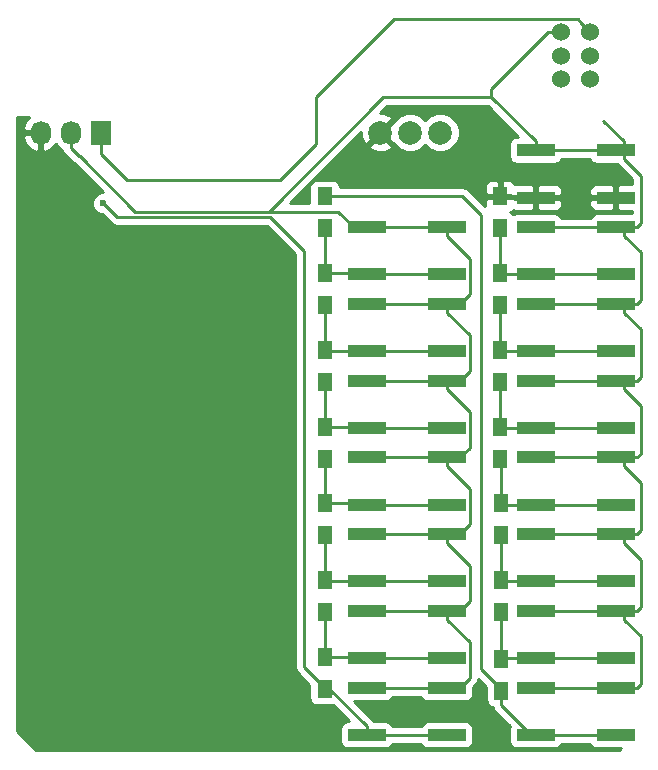
<source format=gbr>
G04 #@! TF.FileFunction,Copper,L1,Top,Signal*
%FSLAX46Y46*%
G04 Gerber Fmt 4.6, Leading zero omitted, Abs format (unit mm)*
G04 Created by KiCad (PCBNEW 4.0.6-e0-6349~52~ubuntu16.10.1) date Mon May  8 18:47:24 2017*
%MOMM*%
%LPD*%
G01*
G04 APERTURE LIST*
%ADD10C,0.100000*%
%ADD11R,1.727200X2.032000*%
%ADD12O,1.727200X2.032000*%
%ADD13R,1.300000X1.500000*%
%ADD14R,3.200000X1.000000*%
%ADD15C,1.998980*%
%ADD16C,1.524000*%
%ADD17C,0.600000*%
%ADD18C,0.250000*%
%ADD19C,0.254000*%
G04 APERTURE END LIST*
D10*
D11*
X82780000Y-99000000D03*
D12*
X80240000Y-99000000D03*
X77700000Y-99000000D03*
D13*
X101739240Y-146100000D03*
X101739240Y-143400000D03*
X101739240Y-139600000D03*
X101739240Y-136900000D03*
X101739240Y-133100000D03*
X101739240Y-130400000D03*
X101800000Y-126600000D03*
X101800000Y-123900000D03*
X101800000Y-120100000D03*
X101800000Y-117400000D03*
X101800000Y-113600000D03*
X101800000Y-110900000D03*
X101739240Y-107100000D03*
X101739240Y-104400000D03*
X116700000Y-146250000D03*
X116700000Y-143550000D03*
X116639240Y-139600000D03*
X116639240Y-136900000D03*
X116639240Y-133100000D03*
X116639240Y-130400000D03*
X116600000Y-126600000D03*
X116600000Y-123900000D03*
X116600000Y-120100000D03*
X116600000Y-117400000D03*
X116600000Y-113600000D03*
X116600000Y-110900000D03*
X116600000Y-107100000D03*
X116600000Y-104400000D03*
D14*
X105289944Y-150000000D03*
X112089944Y-150000000D03*
X112089944Y-146000000D03*
X105289944Y-146000000D03*
X105289944Y-143500000D03*
X112089944Y-143500000D03*
X112089944Y-139500000D03*
X105289944Y-139500000D03*
X105289944Y-137000000D03*
X112089944Y-137000000D03*
X112089944Y-133000000D03*
X105289944Y-133000000D03*
X105289944Y-130500000D03*
X112089944Y-130500000D03*
X112089944Y-126500000D03*
X105289944Y-126500000D03*
X105289944Y-124000000D03*
X112089944Y-124000000D03*
X112089944Y-120000000D03*
X105289944Y-120000000D03*
X105289944Y-117500000D03*
X112089944Y-117500000D03*
X112089944Y-113500000D03*
X105289944Y-113500000D03*
X105289944Y-111000000D03*
X112089944Y-111000000D03*
X112089944Y-107000000D03*
X105289944Y-107000000D03*
X119600000Y-150000000D03*
X126400000Y-150000000D03*
X126400000Y-146000000D03*
X119600000Y-146000000D03*
X119600000Y-143500000D03*
X126400000Y-143500000D03*
X126400000Y-139500000D03*
X119600000Y-139500000D03*
X119600000Y-137000000D03*
X126400000Y-137000000D03*
X126400000Y-133000000D03*
X119600000Y-133000000D03*
X119600000Y-130500000D03*
X126400000Y-130500000D03*
X126400000Y-126500000D03*
X119600000Y-126500000D03*
X119600000Y-124000000D03*
X126400000Y-124000000D03*
X126400000Y-120000000D03*
X119600000Y-120000000D03*
X119600000Y-117500000D03*
X126400000Y-117500000D03*
X126400000Y-113500000D03*
X119600000Y-113500000D03*
X119600000Y-111000000D03*
X126400000Y-111000000D03*
X126400000Y-107000000D03*
X119600000Y-107000000D03*
X119600000Y-104500000D03*
X126400000Y-104500000D03*
X126400000Y-100500000D03*
X119600000Y-100500000D03*
D15*
X109000000Y-99000000D03*
X106460000Y-99000000D03*
X111540000Y-99000000D03*
D16*
X124250000Y-90500000D03*
X124250000Y-92500000D03*
X124250000Y-94500000D03*
X121750000Y-90500000D03*
X121750000Y-92500000D03*
X121750000Y-94500000D03*
D17*
X83000000Y-105000000D03*
D18*
X82780000Y-99000000D02*
X82780000Y-100780000D01*
X82780000Y-100780000D02*
X85000000Y-103000000D01*
X85000000Y-103000000D02*
X98000000Y-103000000D01*
X98000000Y-103000000D02*
X101000000Y-100000000D01*
X101000000Y-100000000D02*
X101000000Y-96000000D01*
X101000000Y-96000000D02*
X107587001Y-89412999D01*
X123488001Y-89738001D02*
X124250000Y-90500000D01*
X107587001Y-89412999D02*
X123162999Y-89412999D01*
X123162999Y-89412999D02*
X123488001Y-89738001D01*
X83299999Y-105299999D02*
X83000000Y-105000000D01*
X84150011Y-106150011D02*
X83299999Y-105299999D01*
X97150011Y-106150011D02*
X84150011Y-106150011D01*
X100000000Y-109000000D02*
X97150011Y-106150011D01*
X101739240Y-146000000D02*
X100000000Y-144260760D01*
X101739240Y-146100000D02*
X101739240Y-146000000D01*
X100000000Y-144260760D02*
X100000000Y-109000000D01*
X105289944Y-150000000D02*
X105289944Y-149250000D01*
X105289944Y-149250000D02*
X102139944Y-146100000D01*
X102139944Y-146100000D02*
X101739240Y-146100000D01*
X112089944Y-150000000D02*
X105289944Y-150000000D01*
X121750000Y-90500000D02*
X120672370Y-90500000D01*
X120672370Y-90500000D02*
X115850000Y-95322370D01*
X115850000Y-95322370D02*
X115850000Y-96000000D01*
X102889944Y-105700000D02*
X97000000Y-105700000D01*
X97000000Y-105700000D02*
X85700000Y-105700000D01*
X115850000Y-96000000D02*
X106700000Y-96000000D01*
X106700000Y-96000000D02*
X97000000Y-105700000D01*
X119600000Y-100500000D02*
X119600000Y-99750000D01*
X119600000Y-99750000D02*
X115850000Y-96000000D01*
X127100000Y-100500000D02*
X127100000Y-101250000D01*
X127100000Y-101250000D02*
X128500000Y-102650000D01*
X128500000Y-106700000D02*
X128200000Y-107000000D01*
X128500000Y-102650000D02*
X128500000Y-106700000D01*
X128200000Y-107000000D02*
X127100000Y-107000000D01*
X127100000Y-107000000D02*
X127100000Y-107750000D01*
X127100000Y-107750000D02*
X128500000Y-109150000D01*
X128500000Y-109150000D02*
X128500000Y-113200000D01*
X128500000Y-113200000D02*
X128200000Y-113500000D01*
X128200000Y-113500000D02*
X127100000Y-113500000D01*
X127100000Y-113500000D02*
X127100000Y-114250000D01*
X127100000Y-114250000D02*
X128500000Y-115650000D01*
X128500000Y-115650000D02*
X128500000Y-119689944D01*
X128500000Y-119689944D02*
X128189944Y-120000000D01*
X128189944Y-120000000D02*
X127089944Y-120000000D01*
X127089944Y-120000000D02*
X127089944Y-120750000D01*
X127089944Y-120750000D02*
X128500000Y-122160056D01*
X128500000Y-122160056D02*
X128500000Y-126200000D01*
X128500000Y-126200000D02*
X128200000Y-126500000D01*
X128200000Y-126500000D02*
X127100000Y-126500000D01*
X127100000Y-126500000D02*
X127100000Y-127250000D01*
X127100000Y-127250000D02*
X128500000Y-128650000D01*
X128500000Y-128650000D02*
X128500000Y-132689944D01*
X128500000Y-132689944D02*
X128189944Y-133000000D01*
X128189944Y-133000000D02*
X127089944Y-133000000D01*
X127089944Y-133000000D02*
X127089944Y-133750000D01*
X127089944Y-133750000D02*
X128500000Y-135160056D01*
X128500000Y-135160056D02*
X128500000Y-139200000D01*
X128500000Y-139200000D02*
X128200000Y-139500000D01*
X128200000Y-139500000D02*
X127100000Y-139500000D01*
X127100000Y-139500000D02*
X127100000Y-140250000D01*
X127100000Y-140250000D02*
X128500000Y-141650000D01*
X128500000Y-141650000D02*
X128500000Y-145700000D01*
X128500000Y-145700000D02*
X128200000Y-146000000D01*
X128200000Y-146000000D02*
X127100000Y-146000000D01*
X127100000Y-99750000D02*
X125350000Y-98000000D01*
X127100000Y-100500000D02*
X127100000Y-99750000D01*
X80974000Y-101000000D02*
X80240000Y-100266000D01*
X104189944Y-107000000D02*
X102889944Y-105700000D01*
X105289944Y-107000000D02*
X104189944Y-107000000D01*
X85700000Y-105700000D02*
X81000000Y-101000000D01*
X80240000Y-100266000D02*
X80240000Y-99000000D01*
X81000000Y-101000000D02*
X80974000Y-101000000D01*
X80240000Y-99152400D02*
X80240000Y-99000000D01*
X120300000Y-146000000D02*
X127100000Y-146000000D01*
X112089944Y-107000000D02*
X112089944Y-107750000D01*
X112089944Y-107750000D02*
X114014945Y-109675001D01*
X114014945Y-109675001D02*
X114014945Y-112674999D01*
X112089944Y-139500000D02*
X112089944Y-140250000D01*
X112089944Y-140250000D02*
X114014945Y-142175001D01*
X114014945Y-142175001D02*
X114014945Y-145174999D01*
X114014945Y-145174999D02*
X113189944Y-146000000D01*
X113189944Y-146000000D02*
X112089944Y-146000000D01*
X112089944Y-133000000D02*
X112089944Y-133750000D01*
X112089944Y-133750000D02*
X114014945Y-135675001D01*
X114014945Y-135675001D02*
X114014945Y-138674999D01*
X114014945Y-138674999D02*
X113189944Y-139500000D01*
X113189944Y-139500000D02*
X112089944Y-139500000D01*
X112089944Y-126500000D02*
X112089944Y-127250000D01*
X114014945Y-129175001D02*
X114014945Y-132174999D01*
X112089944Y-127250000D02*
X114014945Y-129175001D01*
X114014945Y-132174999D02*
X113189944Y-133000000D01*
X113189944Y-133000000D02*
X112089944Y-133000000D01*
X112089944Y-120000000D02*
X112089944Y-120750000D01*
X112089944Y-120750000D02*
X114014945Y-122675001D01*
X114014945Y-122675001D02*
X114014945Y-125674999D01*
X114014945Y-125674999D02*
X113189944Y-126500000D01*
X113189944Y-126500000D02*
X112089944Y-126500000D01*
X112089944Y-113500000D02*
X112089944Y-114250000D01*
X112089944Y-114250000D02*
X114014945Y-116175001D01*
X114014945Y-116175001D02*
X114014945Y-119174999D01*
X114014945Y-119174999D02*
X113189944Y-120000000D01*
X113189944Y-120000000D02*
X112089944Y-120000000D01*
X112089944Y-107000000D02*
X113189944Y-107000000D01*
X114014945Y-112674999D02*
X113189944Y-113500000D01*
X113189944Y-113500000D02*
X112089944Y-113500000D01*
X105289944Y-146000000D02*
X112089944Y-146000000D01*
X105289944Y-139500000D02*
X112089944Y-139500000D01*
X105289944Y-133000000D02*
X112089944Y-133000000D01*
X105289944Y-126500000D02*
X107139944Y-126500000D01*
X107139944Y-126500000D02*
X112089944Y-126500000D01*
X105289944Y-120000000D02*
X112089944Y-120000000D01*
X105289944Y-113500000D02*
X112089944Y-113500000D01*
X105289944Y-107000000D02*
X112089944Y-107000000D01*
X120300000Y-139500000D02*
X127100000Y-139500000D01*
X120289944Y-133000000D02*
X122139944Y-133000000D01*
X122139944Y-133000000D02*
X127089944Y-133000000D01*
X120300000Y-126500000D02*
X127100000Y-126500000D01*
X120289944Y-120000000D02*
X127089944Y-120000000D01*
X120300000Y-113500000D02*
X127100000Y-113500000D01*
X120300000Y-107000000D02*
X127100000Y-107000000D01*
X120300000Y-100500000D02*
X127100000Y-100500000D01*
X116700000Y-104500000D02*
X116600000Y-104400000D01*
X120300000Y-104500000D02*
X127100000Y-104500000D01*
X101739240Y-143400000D02*
X101739240Y-139600000D01*
X101739240Y-143400000D02*
X105189944Y-143400000D01*
X105189944Y-143400000D02*
X105289944Y-143500000D01*
X105289944Y-143500000D02*
X107139944Y-143500000D01*
X107139944Y-143500000D02*
X112089944Y-143500000D01*
X101739240Y-136900000D02*
X101739240Y-135900000D01*
X101739240Y-135900000D02*
X101739240Y-133100000D01*
X105289944Y-137000000D02*
X101839240Y-137000000D01*
X101839240Y-137000000D02*
X101739240Y-136900000D01*
X105289944Y-137000000D02*
X107139944Y-137000000D01*
X107139944Y-137000000D02*
X112089944Y-137000000D01*
X101739240Y-130400000D02*
X101739240Y-126660760D01*
X101739240Y-126660760D02*
X101800000Y-126600000D01*
X101739240Y-130400000D02*
X105189944Y-130400000D01*
X105189944Y-130400000D02*
X105289944Y-130500000D01*
X112089944Y-130500000D02*
X105289944Y-130500000D01*
X101800000Y-123900000D02*
X101800000Y-120100000D01*
X101800000Y-123900000D02*
X105189944Y-123900000D01*
X105189944Y-123900000D02*
X105289944Y-124000000D01*
X105289944Y-124000000D02*
X107139944Y-124000000D01*
X107139944Y-124000000D02*
X112089944Y-124000000D01*
X101800000Y-117400000D02*
X101800000Y-113600000D01*
X105289944Y-117500000D02*
X101900000Y-117500000D01*
X101900000Y-117500000D02*
X101800000Y-117400000D01*
X105289944Y-117500000D02*
X112089944Y-117500000D01*
X101800000Y-110900000D02*
X101800000Y-107160760D01*
X101800000Y-107160760D02*
X101739240Y-107100000D01*
X101800000Y-110900000D02*
X105189944Y-110900000D01*
X105189944Y-110900000D02*
X105289944Y-111000000D01*
X105289944Y-111000000D02*
X112089944Y-111000000D01*
X116700000Y-146250000D02*
X116700000Y-146150000D01*
X116700000Y-146150000D02*
X115000000Y-144450000D01*
X115000000Y-144450000D02*
X115000000Y-106000000D01*
X115000000Y-106000000D02*
X113400000Y-104400000D01*
X113400000Y-104400000D02*
X102639240Y-104400000D01*
X102639240Y-104400000D02*
X101739240Y-104400000D01*
X120300000Y-150000000D02*
X119200000Y-150000000D01*
X119200000Y-150000000D02*
X116700000Y-147500000D01*
X116700000Y-147500000D02*
X116700000Y-147250000D01*
X116700000Y-147250000D02*
X116700000Y-146250000D01*
X127100000Y-150000000D02*
X120300000Y-150000000D01*
X116700000Y-146600000D02*
X116700000Y-146250000D01*
X120300000Y-143500000D02*
X116750000Y-143500000D01*
X116750000Y-143500000D02*
X116700000Y-143550000D01*
X120250000Y-143550000D02*
X120300000Y-143500000D01*
X116700000Y-139700000D02*
X116639240Y-139639240D01*
X116639240Y-139639240D02*
X116639240Y-139600000D01*
X116700000Y-143550000D02*
X116700000Y-139700000D01*
X120300000Y-143500000D02*
X127100000Y-143500000D01*
X120289944Y-137000000D02*
X116739240Y-137000000D01*
X116739240Y-137000000D02*
X116639240Y-136900000D01*
X116639240Y-136900000D02*
X116639240Y-135900000D01*
X116639240Y-135900000D02*
X116639240Y-133100000D01*
X120289944Y-137000000D02*
X127089944Y-137000000D01*
X120300000Y-130500000D02*
X116739240Y-130500000D01*
X116739240Y-130500000D02*
X116639240Y-130400000D01*
X116639240Y-130400000D02*
X116639240Y-126639240D01*
X116639240Y-126639240D02*
X116600000Y-126600000D01*
X120300000Y-130500000D02*
X127100000Y-130500000D01*
X120289944Y-124000000D02*
X116700000Y-124000000D01*
X116700000Y-124000000D02*
X116600000Y-123900000D01*
X116600000Y-123900000D02*
X116600000Y-120100000D01*
X120289944Y-124000000D02*
X127089944Y-124000000D01*
X120300000Y-117500000D02*
X116700000Y-117500000D01*
X116700000Y-117500000D02*
X116600000Y-117400000D01*
X116600000Y-113600000D02*
X116600000Y-114600000D01*
X116600000Y-114600000D02*
X116600000Y-117400000D01*
X120300000Y-117500000D02*
X127100000Y-117500000D01*
X120300000Y-111000000D02*
X116700000Y-111000000D01*
X116700000Y-111000000D02*
X116600000Y-110900000D01*
X116600000Y-107100000D02*
X116600000Y-108100000D01*
X116600000Y-108100000D02*
X116600000Y-110900000D01*
X120300000Y-111000000D02*
X127100000Y-111000000D01*
D19*
G36*
X76408046Y-98085680D02*
X76214816Y-98638087D01*
X76359076Y-98873000D01*
X77573000Y-98873000D01*
X77573000Y-98853000D01*
X77827000Y-98853000D01*
X77827000Y-98873000D01*
X77847000Y-98873000D01*
X77847000Y-99127000D01*
X77827000Y-99127000D01*
X77827000Y-100486217D01*
X78059026Y-100607358D01*
X78074791Y-100604709D01*
X78602036Y-100350732D01*
X78973539Y-99934931D01*
X79180330Y-100244415D01*
X79520983Y-100472032D01*
X79537852Y-100556839D01*
X79702599Y-100803401D01*
X80436599Y-101537401D01*
X80514954Y-101589756D01*
X82990189Y-104064991D01*
X82814833Y-104064838D01*
X82471057Y-104206883D01*
X82207808Y-104469673D01*
X82065162Y-104813201D01*
X82064838Y-105185167D01*
X82206883Y-105528943D01*
X82469673Y-105792192D01*
X82813201Y-105934838D01*
X82860077Y-105934879D01*
X83612609Y-106687412D01*
X83721246Y-106760000D01*
X83859172Y-106852159D01*
X84150011Y-106910011D01*
X96835209Y-106910011D01*
X99240000Y-109314802D01*
X99240000Y-144260760D01*
X99297852Y-144551599D01*
X99462599Y-144798161D01*
X100441800Y-145777362D01*
X100441800Y-146850000D01*
X100486078Y-147085317D01*
X100625150Y-147301441D01*
X100837350Y-147446431D01*
X101089240Y-147497440D01*
X102389240Y-147497440D01*
X102450967Y-147485825D01*
X103817702Y-148852560D01*
X103689944Y-148852560D01*
X103454627Y-148896838D01*
X103238503Y-149035910D01*
X103093513Y-149248110D01*
X103042504Y-149500000D01*
X103042504Y-150500000D01*
X103086782Y-150735317D01*
X103225854Y-150951441D01*
X103438054Y-151096431D01*
X103689944Y-151147440D01*
X106889944Y-151147440D01*
X107125261Y-151103162D01*
X107341385Y-150964090D01*
X107480834Y-150760000D01*
X109902665Y-150760000D01*
X110025854Y-150951441D01*
X110238054Y-151096431D01*
X110489944Y-151147440D01*
X113689944Y-151147440D01*
X113925261Y-151103162D01*
X114141385Y-150964090D01*
X114286375Y-150751890D01*
X114337384Y-150500000D01*
X114337384Y-149500000D01*
X114293106Y-149264683D01*
X114154034Y-149048559D01*
X113941834Y-148903569D01*
X113689944Y-148852560D01*
X110489944Y-148852560D01*
X110254627Y-148896838D01*
X110038503Y-149035910D01*
X109899054Y-149240000D01*
X107477223Y-149240000D01*
X107354034Y-149048559D01*
X107141834Y-148903569D01*
X106889944Y-148852560D01*
X105920864Y-148852560D01*
X105827345Y-148712599D01*
X104262186Y-147147440D01*
X106889944Y-147147440D01*
X107125261Y-147103162D01*
X107341385Y-146964090D01*
X107480834Y-146760000D01*
X109902665Y-146760000D01*
X110025854Y-146951441D01*
X110238054Y-147096431D01*
X110489944Y-147147440D01*
X113689944Y-147147440D01*
X113925261Y-147103162D01*
X114141385Y-146964090D01*
X114286375Y-146751890D01*
X114337384Y-146500000D01*
X114337384Y-145927362D01*
X114552346Y-145712400D01*
X114717093Y-145465838D01*
X114754248Y-145279050D01*
X115402560Y-145927362D01*
X115402560Y-147000000D01*
X115446838Y-147235317D01*
X115585910Y-147451441D01*
X115798110Y-147596431D01*
X115965942Y-147630418D01*
X115997852Y-147790839D01*
X116162599Y-148037401D01*
X117398473Y-149273275D01*
X117352560Y-149500000D01*
X117352560Y-150500000D01*
X117396838Y-150735317D01*
X117535910Y-150951441D01*
X117748110Y-151096431D01*
X118000000Y-151147440D01*
X121200000Y-151147440D01*
X121435317Y-151103162D01*
X121651441Y-150964090D01*
X121790890Y-150760000D01*
X124212721Y-150760000D01*
X124335910Y-150951441D01*
X124548110Y-151096431D01*
X124800000Y-151147440D01*
X126848468Y-151147440D01*
X126705908Y-151290000D01*
X77294092Y-151290000D01*
X75710000Y-149705908D01*
X75710000Y-99361913D01*
X76214816Y-99361913D01*
X76408046Y-99914320D01*
X76797964Y-100350732D01*
X77325209Y-100604709D01*
X77340974Y-100607358D01*
X77573000Y-100486217D01*
X77573000Y-99127000D01*
X76359076Y-99127000D01*
X76214816Y-99361913D01*
X75710000Y-99361913D01*
X75710000Y-97710000D01*
X76743702Y-97710000D01*
X76408046Y-98085680D01*
X76408046Y-98085680D01*
G37*
X76408046Y-98085680D02*
X76214816Y-98638087D01*
X76359076Y-98873000D01*
X77573000Y-98873000D01*
X77573000Y-98853000D01*
X77827000Y-98853000D01*
X77827000Y-98873000D01*
X77847000Y-98873000D01*
X77847000Y-99127000D01*
X77827000Y-99127000D01*
X77827000Y-100486217D01*
X78059026Y-100607358D01*
X78074791Y-100604709D01*
X78602036Y-100350732D01*
X78973539Y-99934931D01*
X79180330Y-100244415D01*
X79520983Y-100472032D01*
X79537852Y-100556839D01*
X79702599Y-100803401D01*
X80436599Y-101537401D01*
X80514954Y-101589756D01*
X82990189Y-104064991D01*
X82814833Y-104064838D01*
X82471057Y-104206883D01*
X82207808Y-104469673D01*
X82065162Y-104813201D01*
X82064838Y-105185167D01*
X82206883Y-105528943D01*
X82469673Y-105792192D01*
X82813201Y-105934838D01*
X82860077Y-105934879D01*
X83612609Y-106687412D01*
X83721246Y-106760000D01*
X83859172Y-106852159D01*
X84150011Y-106910011D01*
X96835209Y-106910011D01*
X99240000Y-109314802D01*
X99240000Y-144260760D01*
X99297852Y-144551599D01*
X99462599Y-144798161D01*
X100441800Y-145777362D01*
X100441800Y-146850000D01*
X100486078Y-147085317D01*
X100625150Y-147301441D01*
X100837350Y-147446431D01*
X101089240Y-147497440D01*
X102389240Y-147497440D01*
X102450967Y-147485825D01*
X103817702Y-148852560D01*
X103689944Y-148852560D01*
X103454627Y-148896838D01*
X103238503Y-149035910D01*
X103093513Y-149248110D01*
X103042504Y-149500000D01*
X103042504Y-150500000D01*
X103086782Y-150735317D01*
X103225854Y-150951441D01*
X103438054Y-151096431D01*
X103689944Y-151147440D01*
X106889944Y-151147440D01*
X107125261Y-151103162D01*
X107341385Y-150964090D01*
X107480834Y-150760000D01*
X109902665Y-150760000D01*
X110025854Y-150951441D01*
X110238054Y-151096431D01*
X110489944Y-151147440D01*
X113689944Y-151147440D01*
X113925261Y-151103162D01*
X114141385Y-150964090D01*
X114286375Y-150751890D01*
X114337384Y-150500000D01*
X114337384Y-149500000D01*
X114293106Y-149264683D01*
X114154034Y-149048559D01*
X113941834Y-148903569D01*
X113689944Y-148852560D01*
X110489944Y-148852560D01*
X110254627Y-148896838D01*
X110038503Y-149035910D01*
X109899054Y-149240000D01*
X107477223Y-149240000D01*
X107354034Y-149048559D01*
X107141834Y-148903569D01*
X106889944Y-148852560D01*
X105920864Y-148852560D01*
X105827345Y-148712599D01*
X104262186Y-147147440D01*
X106889944Y-147147440D01*
X107125261Y-147103162D01*
X107341385Y-146964090D01*
X107480834Y-146760000D01*
X109902665Y-146760000D01*
X110025854Y-146951441D01*
X110238054Y-147096431D01*
X110489944Y-147147440D01*
X113689944Y-147147440D01*
X113925261Y-147103162D01*
X114141385Y-146964090D01*
X114286375Y-146751890D01*
X114337384Y-146500000D01*
X114337384Y-145927362D01*
X114552346Y-145712400D01*
X114717093Y-145465838D01*
X114754248Y-145279050D01*
X115402560Y-145927362D01*
X115402560Y-147000000D01*
X115446838Y-147235317D01*
X115585910Y-147451441D01*
X115798110Y-147596431D01*
X115965942Y-147630418D01*
X115997852Y-147790839D01*
X116162599Y-148037401D01*
X117398473Y-149273275D01*
X117352560Y-149500000D01*
X117352560Y-150500000D01*
X117396838Y-150735317D01*
X117535910Y-150951441D01*
X117748110Y-151096431D01*
X118000000Y-151147440D01*
X121200000Y-151147440D01*
X121435317Y-151103162D01*
X121651441Y-150964090D01*
X121790890Y-150760000D01*
X124212721Y-150760000D01*
X124335910Y-150951441D01*
X124548110Y-151096431D01*
X124800000Y-151147440D01*
X126848468Y-151147440D01*
X126705908Y-151290000D01*
X77294092Y-151290000D01*
X75710000Y-149705908D01*
X75710000Y-99361913D01*
X76214816Y-99361913D01*
X76408046Y-99914320D01*
X76797964Y-100350732D01*
X77325209Y-100604709D01*
X77340974Y-100607358D01*
X77573000Y-100486217D01*
X77573000Y-99127000D01*
X76359076Y-99127000D01*
X76214816Y-99361913D01*
X75710000Y-99361913D01*
X75710000Y-97710000D01*
X76743702Y-97710000D01*
X76408046Y-98085680D01*
G36*
X118127758Y-99352560D02*
X118000000Y-99352560D01*
X117764683Y-99396838D01*
X117548559Y-99535910D01*
X117403569Y-99748110D01*
X117352560Y-100000000D01*
X117352560Y-101000000D01*
X117396838Y-101235317D01*
X117535910Y-101451441D01*
X117748110Y-101596431D01*
X118000000Y-101647440D01*
X121200000Y-101647440D01*
X121435317Y-101603162D01*
X121651441Y-101464090D01*
X121790890Y-101260000D01*
X124212721Y-101260000D01*
X124335910Y-101451441D01*
X124548110Y-101596431D01*
X124800000Y-101647440D01*
X126469080Y-101647440D01*
X126562599Y-101787401D01*
X127740000Y-102964802D01*
X127740000Y-103365000D01*
X126685750Y-103365000D01*
X126527000Y-103523750D01*
X126527000Y-104373000D01*
X126547000Y-104373000D01*
X126547000Y-104627000D01*
X126527000Y-104627000D01*
X126527000Y-105476250D01*
X126685750Y-105635000D01*
X127740000Y-105635000D01*
X127740000Y-105852560D01*
X124800000Y-105852560D01*
X124564683Y-105896838D01*
X124348559Y-106035910D01*
X124209110Y-106240000D01*
X121787279Y-106240000D01*
X121664090Y-106048559D01*
X121451890Y-105903569D01*
X121200000Y-105852560D01*
X118000000Y-105852560D01*
X117764683Y-105896838D01*
X117728122Y-105920365D01*
X117714090Y-105898559D01*
X117501890Y-105753569D01*
X117468510Y-105746809D01*
X117609699Y-105688327D01*
X117724728Y-105573297D01*
X117873691Y-105635000D01*
X119314250Y-105635000D01*
X119473000Y-105476250D01*
X119473000Y-104627000D01*
X119727000Y-104627000D01*
X119727000Y-105476250D01*
X119885750Y-105635000D01*
X121326309Y-105635000D01*
X121559698Y-105538327D01*
X121738327Y-105359699D01*
X121835000Y-105126310D01*
X121835000Y-104785750D01*
X124165000Y-104785750D01*
X124165000Y-105126310D01*
X124261673Y-105359699D01*
X124440302Y-105538327D01*
X124673691Y-105635000D01*
X126114250Y-105635000D01*
X126273000Y-105476250D01*
X126273000Y-104627000D01*
X124323750Y-104627000D01*
X124165000Y-104785750D01*
X121835000Y-104785750D01*
X121676250Y-104627000D01*
X119727000Y-104627000D01*
X119473000Y-104627000D01*
X117826250Y-104627000D01*
X117726250Y-104527000D01*
X116727000Y-104527000D01*
X116727000Y-104547000D01*
X116473000Y-104547000D01*
X116473000Y-104527000D01*
X115473750Y-104527000D01*
X115315000Y-104685750D01*
X115315000Y-105240198D01*
X113937401Y-103862599D01*
X113690839Y-103697852D01*
X113400000Y-103640000D01*
X103034798Y-103640000D01*
X103012914Y-103523691D01*
X115315000Y-103523691D01*
X115315000Y-104114250D01*
X115473750Y-104273000D01*
X116473000Y-104273000D01*
X116473000Y-103173750D01*
X116727000Y-103173750D01*
X116727000Y-104273000D01*
X117423750Y-104273000D01*
X117523750Y-104373000D01*
X119473000Y-104373000D01*
X119473000Y-103523750D01*
X119727000Y-103523750D01*
X119727000Y-104373000D01*
X121676250Y-104373000D01*
X121835000Y-104214250D01*
X121835000Y-103873690D01*
X124165000Y-103873690D01*
X124165000Y-104214250D01*
X124323750Y-104373000D01*
X126273000Y-104373000D01*
X126273000Y-103523750D01*
X126114250Y-103365000D01*
X124673691Y-103365000D01*
X124440302Y-103461673D01*
X124261673Y-103640301D01*
X124165000Y-103873690D01*
X121835000Y-103873690D01*
X121738327Y-103640301D01*
X121559698Y-103461673D01*
X121326309Y-103365000D01*
X119885750Y-103365000D01*
X119727000Y-103523750D01*
X119473000Y-103523750D01*
X119314250Y-103365000D01*
X117873691Y-103365000D01*
X117827238Y-103384241D01*
X117788327Y-103290302D01*
X117609699Y-103111673D01*
X117376310Y-103015000D01*
X116885750Y-103015000D01*
X116727000Y-103173750D01*
X116473000Y-103173750D01*
X116314250Y-103015000D01*
X115823690Y-103015000D01*
X115590301Y-103111673D01*
X115411673Y-103290302D01*
X115315000Y-103523691D01*
X103012914Y-103523691D01*
X102992402Y-103414683D01*
X102853330Y-103198559D01*
X102641130Y-103053569D01*
X102389240Y-103002560D01*
X101089240Y-103002560D01*
X100853923Y-103046838D01*
X100637799Y-103185910D01*
X100492809Y-103398110D01*
X100441800Y-103650000D01*
X100441800Y-104940000D01*
X98834802Y-104940000D01*
X103622639Y-100152163D01*
X105487443Y-100152163D01*
X105586042Y-100418965D01*
X106195582Y-100645401D01*
X106845377Y-100621341D01*
X107333958Y-100418965D01*
X107432557Y-100152163D01*
X106460000Y-99179605D01*
X105487443Y-100152163D01*
X103622639Y-100152163D01*
X104822619Y-98952183D01*
X104838659Y-99385377D01*
X105041035Y-99873958D01*
X105307837Y-99972557D01*
X106280395Y-99000000D01*
X106639605Y-99000000D01*
X107612163Y-99972557D01*
X107648099Y-99959276D01*
X108072927Y-100384846D01*
X108673453Y-100634206D01*
X109323694Y-100634774D01*
X109924655Y-100386462D01*
X110270199Y-100041520D01*
X110612927Y-100384846D01*
X111213453Y-100634206D01*
X111863694Y-100634774D01*
X112464655Y-100386462D01*
X112924846Y-99927073D01*
X113174206Y-99326547D01*
X113174774Y-98676306D01*
X112926462Y-98075345D01*
X112467073Y-97615154D01*
X111866547Y-97365794D01*
X111216306Y-97365226D01*
X110615345Y-97613538D01*
X110269801Y-97958480D01*
X109927073Y-97615154D01*
X109326547Y-97365794D01*
X108676306Y-97365226D01*
X108075345Y-97613538D01*
X107647599Y-98040539D01*
X107612163Y-98027443D01*
X106639605Y-99000000D01*
X106280395Y-99000000D01*
X106266252Y-98985858D01*
X106445858Y-98806252D01*
X106460000Y-98820395D01*
X107432557Y-97847837D01*
X107333958Y-97581035D01*
X106724418Y-97354599D01*
X106408506Y-97366296D01*
X107014802Y-96760000D01*
X115535198Y-96760000D01*
X118127758Y-99352560D01*
X118127758Y-99352560D01*
G37*
X118127758Y-99352560D02*
X118000000Y-99352560D01*
X117764683Y-99396838D01*
X117548559Y-99535910D01*
X117403569Y-99748110D01*
X117352560Y-100000000D01*
X117352560Y-101000000D01*
X117396838Y-101235317D01*
X117535910Y-101451441D01*
X117748110Y-101596431D01*
X118000000Y-101647440D01*
X121200000Y-101647440D01*
X121435317Y-101603162D01*
X121651441Y-101464090D01*
X121790890Y-101260000D01*
X124212721Y-101260000D01*
X124335910Y-101451441D01*
X124548110Y-101596431D01*
X124800000Y-101647440D01*
X126469080Y-101647440D01*
X126562599Y-101787401D01*
X127740000Y-102964802D01*
X127740000Y-103365000D01*
X126685750Y-103365000D01*
X126527000Y-103523750D01*
X126527000Y-104373000D01*
X126547000Y-104373000D01*
X126547000Y-104627000D01*
X126527000Y-104627000D01*
X126527000Y-105476250D01*
X126685750Y-105635000D01*
X127740000Y-105635000D01*
X127740000Y-105852560D01*
X124800000Y-105852560D01*
X124564683Y-105896838D01*
X124348559Y-106035910D01*
X124209110Y-106240000D01*
X121787279Y-106240000D01*
X121664090Y-106048559D01*
X121451890Y-105903569D01*
X121200000Y-105852560D01*
X118000000Y-105852560D01*
X117764683Y-105896838D01*
X117728122Y-105920365D01*
X117714090Y-105898559D01*
X117501890Y-105753569D01*
X117468510Y-105746809D01*
X117609699Y-105688327D01*
X117724728Y-105573297D01*
X117873691Y-105635000D01*
X119314250Y-105635000D01*
X119473000Y-105476250D01*
X119473000Y-104627000D01*
X119727000Y-104627000D01*
X119727000Y-105476250D01*
X119885750Y-105635000D01*
X121326309Y-105635000D01*
X121559698Y-105538327D01*
X121738327Y-105359699D01*
X121835000Y-105126310D01*
X121835000Y-104785750D01*
X124165000Y-104785750D01*
X124165000Y-105126310D01*
X124261673Y-105359699D01*
X124440302Y-105538327D01*
X124673691Y-105635000D01*
X126114250Y-105635000D01*
X126273000Y-105476250D01*
X126273000Y-104627000D01*
X124323750Y-104627000D01*
X124165000Y-104785750D01*
X121835000Y-104785750D01*
X121676250Y-104627000D01*
X119727000Y-104627000D01*
X119473000Y-104627000D01*
X117826250Y-104627000D01*
X117726250Y-104527000D01*
X116727000Y-104527000D01*
X116727000Y-104547000D01*
X116473000Y-104547000D01*
X116473000Y-104527000D01*
X115473750Y-104527000D01*
X115315000Y-104685750D01*
X115315000Y-105240198D01*
X113937401Y-103862599D01*
X113690839Y-103697852D01*
X113400000Y-103640000D01*
X103034798Y-103640000D01*
X103012914Y-103523691D01*
X115315000Y-103523691D01*
X115315000Y-104114250D01*
X115473750Y-104273000D01*
X116473000Y-104273000D01*
X116473000Y-103173750D01*
X116727000Y-103173750D01*
X116727000Y-104273000D01*
X117423750Y-104273000D01*
X117523750Y-104373000D01*
X119473000Y-104373000D01*
X119473000Y-103523750D01*
X119727000Y-103523750D01*
X119727000Y-104373000D01*
X121676250Y-104373000D01*
X121835000Y-104214250D01*
X121835000Y-103873690D01*
X124165000Y-103873690D01*
X124165000Y-104214250D01*
X124323750Y-104373000D01*
X126273000Y-104373000D01*
X126273000Y-103523750D01*
X126114250Y-103365000D01*
X124673691Y-103365000D01*
X124440302Y-103461673D01*
X124261673Y-103640301D01*
X124165000Y-103873690D01*
X121835000Y-103873690D01*
X121738327Y-103640301D01*
X121559698Y-103461673D01*
X121326309Y-103365000D01*
X119885750Y-103365000D01*
X119727000Y-103523750D01*
X119473000Y-103523750D01*
X119314250Y-103365000D01*
X117873691Y-103365000D01*
X117827238Y-103384241D01*
X117788327Y-103290302D01*
X117609699Y-103111673D01*
X117376310Y-103015000D01*
X116885750Y-103015000D01*
X116727000Y-103173750D01*
X116473000Y-103173750D01*
X116314250Y-103015000D01*
X115823690Y-103015000D01*
X115590301Y-103111673D01*
X115411673Y-103290302D01*
X115315000Y-103523691D01*
X103012914Y-103523691D01*
X102992402Y-103414683D01*
X102853330Y-103198559D01*
X102641130Y-103053569D01*
X102389240Y-103002560D01*
X101089240Y-103002560D01*
X100853923Y-103046838D01*
X100637799Y-103185910D01*
X100492809Y-103398110D01*
X100441800Y-103650000D01*
X100441800Y-104940000D01*
X98834802Y-104940000D01*
X103622639Y-100152163D01*
X105487443Y-100152163D01*
X105586042Y-100418965D01*
X106195582Y-100645401D01*
X106845377Y-100621341D01*
X107333958Y-100418965D01*
X107432557Y-100152163D01*
X106460000Y-99179605D01*
X105487443Y-100152163D01*
X103622639Y-100152163D01*
X104822619Y-98952183D01*
X104838659Y-99385377D01*
X105041035Y-99873958D01*
X105307837Y-99972557D01*
X106280395Y-99000000D01*
X106639605Y-99000000D01*
X107612163Y-99972557D01*
X107648099Y-99959276D01*
X108072927Y-100384846D01*
X108673453Y-100634206D01*
X109323694Y-100634774D01*
X109924655Y-100386462D01*
X110270199Y-100041520D01*
X110612927Y-100384846D01*
X111213453Y-100634206D01*
X111863694Y-100634774D01*
X112464655Y-100386462D01*
X112924846Y-99927073D01*
X113174206Y-99326547D01*
X113174774Y-98676306D01*
X112926462Y-98075345D01*
X112467073Y-97615154D01*
X111866547Y-97365794D01*
X111216306Y-97365226D01*
X110615345Y-97613538D01*
X110269801Y-97958480D01*
X109927073Y-97615154D01*
X109326547Y-97365794D01*
X108676306Y-97365226D01*
X108075345Y-97613538D01*
X107647599Y-98040539D01*
X107612163Y-98027443D01*
X106639605Y-99000000D01*
X106280395Y-99000000D01*
X106266252Y-98985858D01*
X106445858Y-98806252D01*
X106460000Y-98820395D01*
X107432557Y-97847837D01*
X107333958Y-97581035D01*
X106724418Y-97354599D01*
X106408506Y-97366296D01*
X107014802Y-96760000D01*
X115535198Y-96760000D01*
X118127758Y-99352560D01*
M02*

</source>
